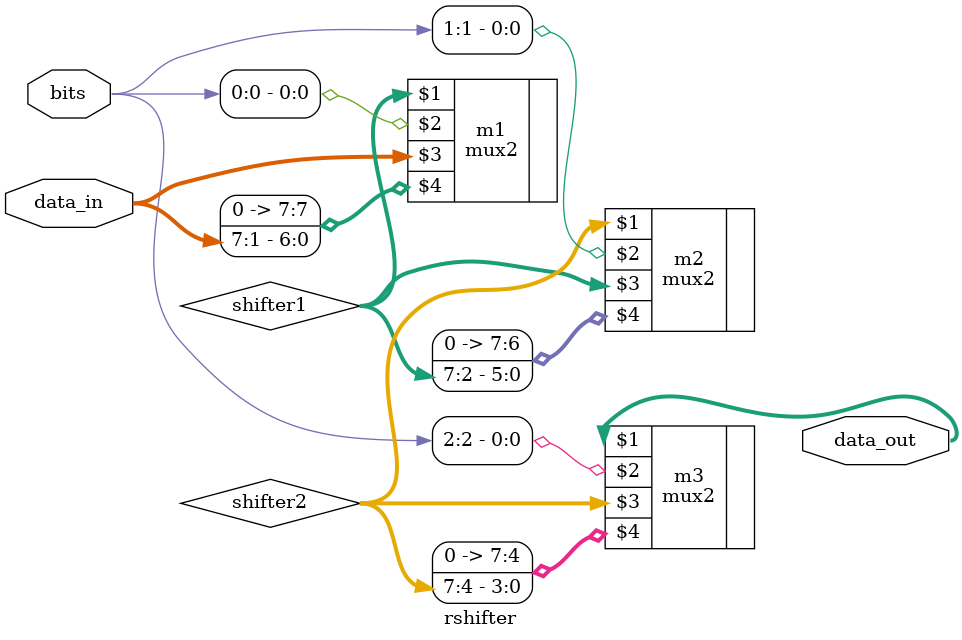
<source format=v>
module rshifter(data_in, data_out, bits);

parameter data_width = 8;
parameter shift_len = 3;

input [data_width-1:0] data_in;
input [shift_len-1:0] bits;
output [data_width-1:0] data_out;

wire [data_width-1:0] shifter1, shifter2;

mux2 m1(shifter1, bits[0], data_in,  {1'b0, data_in[data_width-1:1]});
mux2 m2(shifter2, bits[1], shifter1, {2'b0, shifter1[data_width-1:2]});
mux2 m3(data_out, bits[2], shifter2, {4'b0, shifter2[data_width-1:4]});

endmodule

</source>
